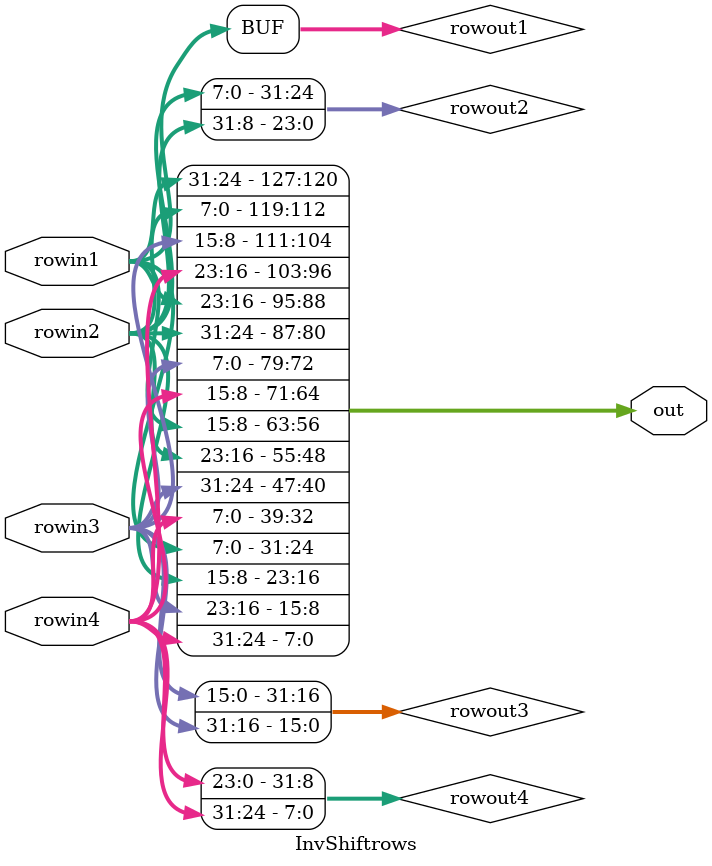
<source format=v>

module InvShiftrows(
    input [31:0] rowin1,
    input [31:0] rowin2,
    input [31:0] rowin3,
    input [31:0] rowin4,
    output [127:0] out
);

wire [31:0] rowout1, rowout2, rowout3, rowout4;

//Rows are obtained as inputs and inverse shift rows operation of AES decryption is performed
assign rowout1 = rowin1;
assign rowout2 = {rowin2[7:0],rowin2[31:8]};
assign rowout3 = {rowin3[15:0],rowin3[31:16]};
assign rowout4 = {rowin4[23:0],rowin4[31:24]};    

//The 128-bit output is hardcoded as concatenation of appropriate output rows' slices
assign out = {rowout1[31:24], rowout2[31:24], rowout3[31:24], rowout4[31:24],
              rowout1[23:16], rowout2[23:16], rowout3[23:16], rowout4[23:16],
              rowout1[15:8], rowout2[15:8], rowout3[15:8], rowout4[15:8],
              rowout1[7:0], rowout2[7:0], rowout3[7:0], rowout4[7:0]};

endmodule

</source>
